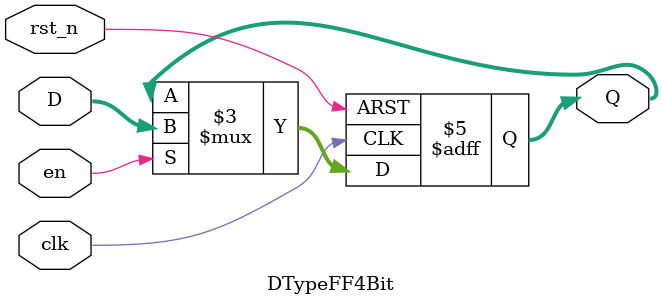
<source format=v>
module DTypeFF4Bit(
input [3:0] D,
input en,
input clk,
input rst_n,
output reg [3:0] Q
);

	always @(posedge clk or negedge rst_n) begin
	
		if(!rst_n) begin
			Q <= 4'b0000;
		end
		
		else if(en) begin
			Q <= D;
		end
		
	end
	
endmodule 
</source>
